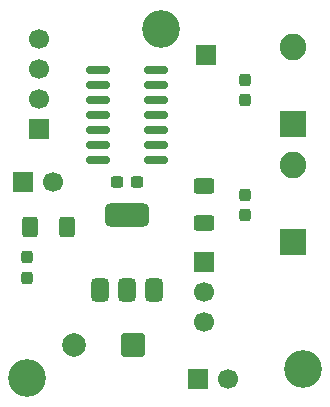
<source format=gbr>
%TF.GenerationSoftware,KiCad,Pcbnew,9.0.6*%
%TF.CreationDate,2025-12-27T15:46:14+02:00*%
%TF.ProjectId,Pylv_spora,50796c76-e473-4706-9f72-612e6b696361,rev?*%
%TF.SameCoordinates,Original*%
%TF.FileFunction,Soldermask,Top*%
%TF.FilePolarity,Negative*%
%FSLAX46Y46*%
G04 Gerber Fmt 4.6, Leading zero omitted, Abs format (unit mm)*
G04 Created by KiCad (PCBNEW 9.0.6) date 2025-12-27 15:46:14*
%MOMM*%
%LPD*%
G01*
G04 APERTURE LIST*
G04 Aperture macros list*
%AMRoundRect*
0 Rectangle with rounded corners*
0 $1 Rounding radius*
0 $2 $3 $4 $5 $6 $7 $8 $9 X,Y pos of 4 corners*
0 Add a 4 corners polygon primitive as box body*
4,1,4,$2,$3,$4,$5,$6,$7,$8,$9,$2,$3,0*
0 Add four circle primitives for the rounded corners*
1,1,$1+$1,$2,$3*
1,1,$1+$1,$4,$5*
1,1,$1+$1,$6,$7*
1,1,$1+$1,$8,$9*
0 Add four rect primitives between the rounded corners*
20,1,$1+$1,$2,$3,$4,$5,0*
20,1,$1+$1,$4,$5,$6,$7,0*
20,1,$1+$1,$6,$7,$8,$9,0*
20,1,$1+$1,$8,$9,$2,$3,0*%
G04 Aperture macros list end*
%ADD10C,3.200000*%
%ADD11R,1.700000X1.700000*%
%ADD12C,1.700000*%
%ADD13RoundRect,0.250000X0.750000X0.750000X-0.750000X0.750000X-0.750000X-0.750000X0.750000X-0.750000X0*%
%ADD14C,2.000000*%
%ADD15RoundRect,0.375000X0.375000X-0.625000X0.375000X0.625000X-0.375000X0.625000X-0.375000X-0.625000X0*%
%ADD16RoundRect,0.500000X1.400000X-0.500000X1.400000X0.500000X-1.400000X0.500000X-1.400000X-0.500000X0*%
%ADD17R,2.250000X2.250000*%
%ADD18C,2.250000*%
%ADD19RoundRect,0.250000X0.400000X0.625000X-0.400000X0.625000X-0.400000X-0.625000X0.400000X-0.625000X0*%
%ADD20RoundRect,0.250000X-0.625000X0.400000X-0.625000X-0.400000X0.625000X-0.400000X0.625000X0.400000X0*%
%ADD21RoundRect,0.237500X-0.237500X0.300000X-0.237500X-0.300000X0.237500X-0.300000X0.237500X0.300000X0*%
%ADD22RoundRect,0.237500X0.237500X-0.300000X0.237500X0.300000X-0.237500X0.300000X-0.237500X-0.300000X0*%
%ADD23RoundRect,0.150000X0.825000X0.150000X-0.825000X0.150000X-0.825000X-0.150000X0.825000X-0.150000X0*%
%ADD24RoundRect,0.237500X0.300000X0.237500X-0.300000X0.237500X-0.300000X-0.237500X0.300000X-0.237500X0*%
G04 APERTURE END LIST*
D10*
%TO.C,H4*%
X162400000Y-107000000D03*
%TD*%
%TO.C,H3*%
X139000000Y-107800000D03*
%TD*%
%TO.C,H2*%
X150400000Y-78200000D03*
%TD*%
D11*
%TO.C,pinheader1*%
X140000000Y-86680000D03*
D12*
X140000000Y-84140000D03*
X140000000Y-81600000D03*
X140000000Y-79060000D03*
%TD*%
D13*
%TO.C,C1*%
X148000000Y-105000000D03*
D14*
X143000000Y-105000000D03*
%TD*%
D15*
%TO.C,U2*%
X145200000Y-100300000D03*
X147500000Y-100300000D03*
D16*
X147500000Y-94000000D03*
D15*
X149800000Y-100300000D03*
%TD*%
D17*
%TO.C,SW2*%
X161500000Y-96250000D03*
D18*
X161500000Y-89750000D03*
%TD*%
D19*
%TO.C,R2*%
X142400000Y-95000000D03*
X139300000Y-95000000D03*
%TD*%
D20*
%TO.C,R1*%
X154000000Y-91500000D03*
X154000000Y-94600000D03*
%TD*%
D17*
%TO.C,SW1*%
X161500000Y-86250000D03*
D18*
X161500000Y-79750000D03*
%TD*%
D21*
%TO.C,C3*%
X157500000Y-82500000D03*
X157500000Y-84225000D03*
%TD*%
D11*
%TO.C,PWM_out1*%
X154200000Y-80400000D03*
%TD*%
D22*
%TO.C,D1*%
X139000000Y-99262500D03*
X139000000Y-97537500D03*
%TD*%
D21*
%TO.C,C4*%
X157500000Y-92275000D03*
X157500000Y-94000000D03*
%TD*%
D11*
%TO.C,PWR1*%
X153460000Y-107825000D03*
D12*
X156000000Y-107825000D03*
%TD*%
D23*
%TO.C,U1*%
X149950000Y-89310000D03*
X149950000Y-88040000D03*
X149950000Y-86770000D03*
X149950000Y-85500000D03*
X149950000Y-84230000D03*
X149950000Y-82960000D03*
X149950000Y-81690000D03*
X145000000Y-81690000D03*
X145000000Y-82960000D03*
X145000000Y-84230000D03*
X145000000Y-85500000D03*
X145000000Y-86770000D03*
X145000000Y-88040000D03*
X145000000Y-89310000D03*
%TD*%
D24*
%TO.C,C2*%
X148362500Y-91190000D03*
X146637500Y-91190000D03*
%TD*%
D11*
%TO.C,Feedback1*%
X154000000Y-97920000D03*
D12*
X154000000Y-100460000D03*
X154000000Y-103000000D03*
%TD*%
D11*
%TO.C,UPDI1*%
X138660000Y-91200000D03*
D12*
X141200000Y-91200000D03*
%TD*%
M02*

</source>
